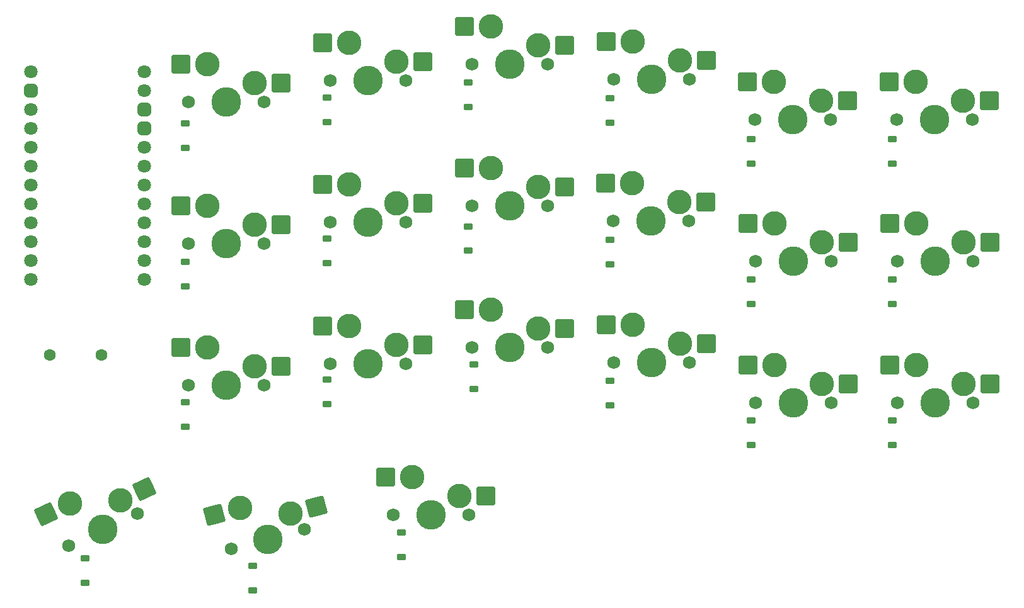
<source format=gts>
%TF.GenerationSoftware,KiCad,Pcbnew,8.0.1*%
%TF.CreationDate,2024-09-02T22:54:56+02:00*%
%TF.ProjectId,KeyboardTest2,4b657962-6f61-4726-9454-657374322e6b,rev?*%
%TF.SameCoordinates,Original*%
%TF.FileFunction,Soldermask,Top*%
%TF.FilePolarity,Negative*%
%FSLAX46Y46*%
G04 Gerber Fmt 4.6, Leading zero omitted, Abs format (unit mm)*
G04 Created by KiCad (PCBNEW 8.0.1) date 2024-09-02 22:54:56*
%MOMM*%
%LPD*%
G01*
G04 APERTURE LIST*
G04 Aperture macros list*
%AMRoundRect*
0 Rectangle with rounded corners*
0 $1 Rounding radius*
0 $2 $3 $4 $5 $6 $7 $8 $9 X,Y pos of 4 corners*
0 Add a 4 corners polygon primitive as box body*
4,1,4,$2,$3,$4,$5,$6,$7,$8,$9,$2,$3,0*
0 Add four circle primitives for the rounded corners*
1,1,$1+$1,$2,$3*
1,1,$1+$1,$4,$5*
1,1,$1+$1,$6,$7*
1,1,$1+$1,$8,$9*
0 Add four rect primitives between the rounded corners*
20,1,$1+$1,$2,$3,$4,$5,0*
20,1,$1+$1,$4,$5,$6,$7,0*
20,1,$1+$1,$6,$7,$8,$9,0*
20,1,$1+$1,$8,$9,$2,$3,0*%
G04 Aperture macros list end*
%ADD10C,3.300000*%
%ADD11RoundRect,0.250000X-1.025000X-1.000000X1.025000X-1.000000X1.025000X1.000000X-1.025000X1.000000X0*%
%ADD12C,1.750000*%
%ADD13C,3.987800*%
%ADD14RoundRect,0.225000X0.375000X-0.225000X0.375000X0.225000X-0.375000X0.225000X-0.375000X-0.225000X0*%
%ADD15RoundRect,0.250000X-0.731255X-1.231215X1.248893X-0.700636X0.731255X1.231215X-1.248893X0.700636X0*%
%ADD16RoundRect,0.250000X-0.506347X-1.339492X1.351584X-0.473124X0.506347X1.339492X-1.351584X0.473124X0*%
%ADD17C,1.800000*%
%ADD18RoundRect,0.450000X0.450000X0.450000X-0.450000X0.450000X-0.450000X-0.450000X0.450000X-0.450000X0*%
%ADD19C,1.600000*%
G04 APERTURE END LIST*
D10*
%TO.C,MX15*%
X85049379Y-62411573D03*
D11*
X81499379Y-62411573D03*
X94949379Y-64951573D03*
D10*
X91399379Y-64951573D03*
D12*
X92669379Y-67491573D03*
D13*
X87589379Y-67491573D03*
D12*
X82509379Y-67491573D03*
%TD*%
D10*
%TO.C,MX13*%
X46964076Y-67526322D03*
D11*
X43414076Y-67526322D03*
X56864076Y-70066322D03*
D10*
X53314076Y-70066322D03*
D12*
X54584076Y-72606322D03*
D13*
X49504076Y-72606322D03*
D12*
X44424076Y-72606322D03*
%TD*%
D10*
%TO.C,MX17*%
X123123800Y-69860431D03*
D11*
X119573800Y-69860431D03*
X133023800Y-72400431D03*
D10*
X129473800Y-72400431D03*
D12*
X130743800Y-74940431D03*
D13*
X125663800Y-74940431D03*
D12*
X120583800Y-74940431D03*
%TD*%
D10*
%TO.C,MX14*%
X66018986Y-64642406D03*
D11*
X62468986Y-64642406D03*
X75918986Y-67182406D03*
D10*
X72368986Y-67182406D03*
D12*
X73638986Y-69722406D03*
D13*
X68558986Y-69722406D03*
D12*
X63478986Y-69722406D03*
%TD*%
D14*
%TO.C,D12*%
X139000000Y-58350000D03*
X139000000Y-61650000D03*
%TD*%
D10*
%TO.C,MX10*%
X104040000Y-45420000D03*
D11*
X100490000Y-45420000D03*
X113940000Y-47960000D03*
D10*
X110390000Y-47960000D03*
D12*
X111660000Y-50500000D03*
D13*
X106580000Y-50500000D03*
D12*
X101500000Y-50500000D03*
%TD*%
D10*
%TO.C,MX2*%
X66000000Y-26500000D03*
D11*
X62450000Y-26500000D03*
X75900000Y-29040000D03*
D10*
X72350000Y-29040000D03*
D12*
X73620000Y-31580000D03*
D13*
X68540000Y-31580000D03*
D12*
X63460000Y-31580000D03*
%TD*%
D10*
%TO.C,MX11*%
X123103053Y-50802512D03*
D11*
X119553053Y-50802512D03*
X133003053Y-53342512D03*
D10*
X129453053Y-53342512D03*
D12*
X130723053Y-55882512D03*
D13*
X125643053Y-55882512D03*
D12*
X120563053Y-55882512D03*
%TD*%
D14*
%TO.C,D1*%
X44000000Y-37350000D03*
X44000000Y-40650000D03*
%TD*%
%TO.C,D2*%
X63000000Y-33850000D03*
X63000000Y-37150000D03*
%TD*%
D10*
%TO.C,MX16*%
X104100425Y-64445279D03*
D11*
X100550425Y-64445279D03*
X114000425Y-66985279D03*
D10*
X110450425Y-66985279D03*
D12*
X111720425Y-69525279D03*
D13*
X106640425Y-69525279D03*
D12*
X101560425Y-69525279D03*
%TD*%
D14*
%TO.C,D20*%
X53000000Y-96850000D03*
X53000000Y-100150000D03*
%TD*%
%TO.C,D16*%
X101000000Y-72000000D03*
X101000000Y-75300000D03*
%TD*%
D10*
%TO.C,MX18*%
X142204753Y-69860431D03*
D11*
X138654753Y-69860431D03*
X152104753Y-72400431D03*
D10*
X148554753Y-72400431D03*
D12*
X149824753Y-74940431D03*
D13*
X144744753Y-74940431D03*
D12*
X139664753Y-74940431D03*
%TD*%
D14*
%TO.C,D7*%
X44000000Y-56000000D03*
X44000000Y-59300000D03*
%TD*%
D10*
%TO.C,MX3*%
X85019586Y-24308311D03*
D11*
X81469586Y-24308311D03*
X94919586Y-26848311D03*
D10*
X91369586Y-26848311D03*
D12*
X92639586Y-29388311D03*
D13*
X87559586Y-29388311D03*
D12*
X82479586Y-29388311D03*
%TD*%
D10*
%TO.C,MX5*%
X123078458Y-31764863D03*
D11*
X119528458Y-31764863D03*
X132978458Y-34304863D03*
D10*
X129428458Y-34304863D03*
D12*
X130698458Y-36844863D03*
D13*
X125618458Y-36844863D03*
D12*
X120538458Y-36844863D03*
%TD*%
D14*
%TO.C,D10*%
X101000000Y-53000000D03*
X101000000Y-56300000D03*
%TD*%
%TO.C,D14*%
X63000000Y-71850000D03*
X63000000Y-75150000D03*
%TD*%
D10*
%TO.C,MX9*%
X85038105Y-43378827D03*
D11*
X81488105Y-43378827D03*
X94938105Y-45918827D03*
D10*
X91388105Y-45918827D03*
D12*
X92658105Y-48458827D03*
D13*
X87578105Y-48458827D03*
D12*
X82498105Y-48458827D03*
%TD*%
D10*
%TO.C,MX21*%
X74460000Y-84920000D03*
D11*
X70910000Y-84920000D03*
X84360000Y-87460000D03*
D10*
X80810000Y-87460000D03*
D12*
X82080000Y-90000000D03*
D13*
X77000000Y-90000000D03*
D12*
X71920000Y-90000000D03*
%TD*%
D10*
%TO.C,MX4*%
X104057320Y-26381522D03*
D11*
X100507320Y-26381522D03*
X113957320Y-28921522D03*
D10*
X110407320Y-28921522D03*
D12*
X111677320Y-31461522D03*
D13*
X106597320Y-31461522D03*
D12*
X101517320Y-31461522D03*
%TD*%
D10*
%TO.C,MX1*%
X46960000Y-29420000D03*
D11*
X43410000Y-29420000D03*
X56860000Y-31960000D03*
D10*
X53310000Y-31960000D03*
D12*
X54580000Y-34500000D03*
D13*
X49500000Y-34500000D03*
D12*
X44420000Y-34500000D03*
%TD*%
D10*
%TO.C,MX6*%
X142099597Y-31794771D03*
D11*
X138549597Y-31794771D03*
X151999597Y-34334771D03*
D10*
X148449597Y-34334771D03*
D12*
X149719597Y-36874771D03*
D13*
X144639597Y-36874771D03*
D12*
X139559597Y-36874771D03*
%TD*%
D14*
%TO.C,D3*%
X82000000Y-31850000D03*
X82000000Y-35150000D03*
%TD*%
D10*
%TO.C,MX12*%
X142154099Y-50802512D03*
D11*
X138604099Y-50802512D03*
X152054099Y-53342512D03*
D10*
X148504099Y-53342512D03*
D12*
X149774099Y-55882512D03*
D13*
X144694099Y-55882512D03*
D12*
X139614099Y-55882512D03*
%TD*%
D14*
%TO.C,D21*%
X73000000Y-92350000D03*
X73000000Y-95650000D03*
%TD*%
D10*
%TO.C,MX7*%
X46966488Y-48476107D03*
D11*
X43416488Y-48476107D03*
X56866488Y-51016107D03*
D10*
X53316488Y-51016107D03*
D12*
X54586488Y-53556107D03*
D13*
X49506488Y-53556107D03*
D12*
X44426488Y-53556107D03*
%TD*%
D10*
%TO.C,MX20*%
X51324845Y-89065298D03*
D15*
X47895808Y-89984106D03*
X61544911Y-88956441D03*
D10*
X58115874Y-89875249D03*
D12*
X60000000Y-92000000D03*
D13*
X55093097Y-93314801D03*
D12*
X50186194Y-94629602D03*
%TD*%
D14*
%TO.C,D4*%
X101000000Y-34000000D03*
X101000000Y-37300000D03*
%TD*%
%TO.C,D18*%
X139000000Y-77350000D03*
X139000000Y-80650000D03*
%TD*%
%TO.C,D19*%
X30500000Y-95850000D03*
X30500000Y-99150000D03*
%TD*%
%TO.C,D13*%
X44000000Y-74850000D03*
X44000000Y-78150000D03*
%TD*%
%TO.C,D15*%
X82782089Y-69759564D03*
X82782089Y-73059564D03*
%TD*%
D10*
%TO.C,MX19*%
X28447033Y-88469407D03*
D16*
X25229641Y-89969702D03*
X38492931Y-86587508D03*
D10*
X35275538Y-88087803D03*
D12*
X37500000Y-89853099D03*
D13*
X32895956Y-92000000D03*
D12*
X28291912Y-94146901D03*
%TD*%
D14*
%TO.C,D17*%
X120000000Y-77350000D03*
X120000000Y-80650000D03*
%TD*%
%TO.C,D9*%
X82000000Y-51200000D03*
X82000000Y-54500000D03*
%TD*%
%TO.C,D5*%
X120000000Y-39500000D03*
X120000000Y-42800000D03*
%TD*%
%TO.C,D8*%
X63000000Y-52850000D03*
X63000000Y-56150000D03*
%TD*%
D10*
%TO.C,MX8*%
X66022349Y-45541895D03*
D11*
X62472349Y-45541895D03*
X75922349Y-48081895D03*
D10*
X72372349Y-48081895D03*
D12*
X73642349Y-50621895D03*
D13*
X68562349Y-50621895D03*
D12*
X63482349Y-50621895D03*
%TD*%
D14*
%TO.C,D11*%
X120000000Y-58350000D03*
X120000000Y-61650000D03*
%TD*%
%TO.C,D6*%
X139000000Y-39500000D03*
X139000000Y-42800000D03*
%TD*%
D17*
%TO.C,J1*%
X23260000Y-58360000D03*
X23260000Y-55820000D03*
X23260000Y-53280000D03*
X23260000Y-50740000D03*
X23260000Y-48200000D03*
X23260000Y-45660000D03*
X23260000Y-43120000D03*
X23260000Y-40580000D03*
X23260000Y-38040000D03*
X23260000Y-35500000D03*
D18*
X23260000Y-32960000D03*
D17*
X23260000Y-30420000D03*
X38500000Y-58360000D03*
X38500000Y-55820000D03*
X38500000Y-53280000D03*
X38500000Y-50740000D03*
X38500000Y-48200000D03*
X38500000Y-45660000D03*
X38500000Y-43120000D03*
X38500000Y-40580000D03*
D18*
X38500000Y-38040000D03*
X38500000Y-35500000D03*
D17*
X38500000Y-32960000D03*
X38500000Y-30420000D03*
%TD*%
D19*
%TO.C,J2*%
X32750000Y-68500000D03*
X25750000Y-68500000D03*
%TD*%
M02*

</source>
